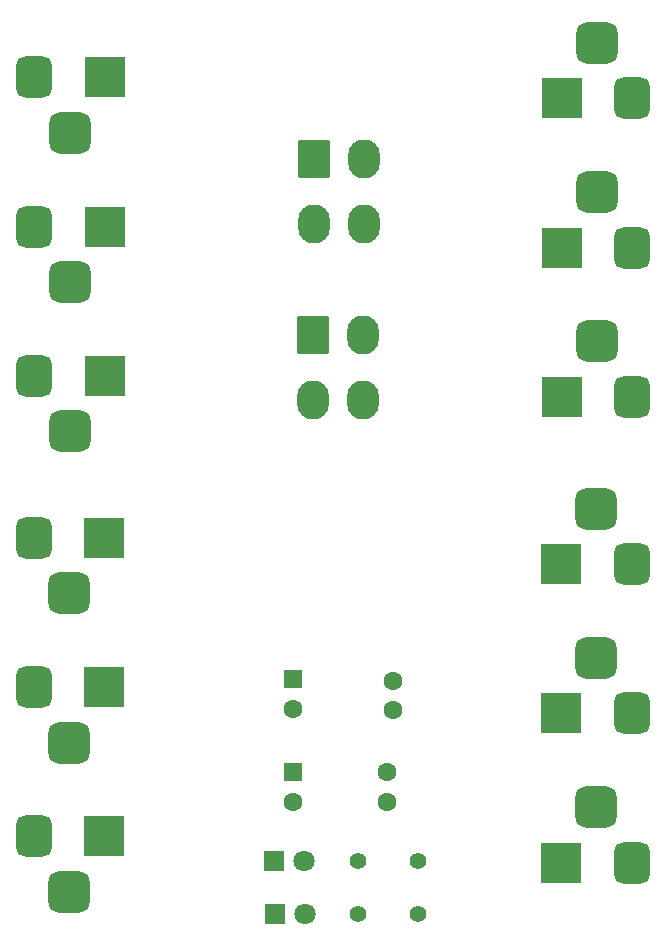
<source format=gbr>
%TF.GenerationSoftware,KiCad,Pcbnew,9.0.5*%
%TF.CreationDate,2026-01-23T06:55:33+10:00*%
%TF.ProjectId,OZ-HORNET-POWER-DIST,4f5a2d48-4f52-44e4-9554-2d504f574552,rev?*%
%TF.SameCoordinates,Original*%
%TF.FileFunction,Soldermask,Bot*%
%TF.FilePolarity,Negative*%
%FSLAX46Y46*%
G04 Gerber Fmt 4.6, Leading zero omitted, Abs format (unit mm)*
G04 Created by KiCad (PCBNEW 9.0.5) date 2026-01-23 06:55:33*
%MOMM*%
%LPD*%
G01*
G04 APERTURE LIST*
G04 Aperture macros list*
%AMRoundRect*
0 Rectangle with rounded corners*
0 $1 Rounding radius*
0 $2 $3 $4 $5 $6 $7 $8 $9 X,Y pos of 4 corners*
0 Add a 4 corners polygon primitive as box body*
4,1,4,$2,$3,$4,$5,$6,$7,$8,$9,$2,$3,0*
0 Add four circle primitives for the rounded corners*
1,1,$1+$1,$2,$3*
1,1,$1+$1,$4,$5*
1,1,$1+$1,$6,$7*
1,1,$1+$1,$8,$9*
0 Add four rect primitives between the rounded corners*
20,1,$1+$1,$2,$3,$4,$5,0*
20,1,$1+$1,$4,$5,$6,$7,0*
20,1,$1+$1,$6,$7,$8,$9,0*
20,1,$1+$1,$8,$9,$2,$3,0*%
G04 Aperture macros list end*
%ADD10C,1.600000*%
%ADD11RoundRect,0.250000X-0.550000X0.550000X-0.550000X-0.550000X0.550000X-0.550000X0.550000X0.550000X0*%
%ADD12C,1.400000*%
%ADD13R,1.800000X1.800000*%
%ADD14C,1.800000*%
%ADD15RoundRect,0.250001X-1.099999X-1.399999X1.099999X-1.399999X1.099999X1.399999X-1.099999X1.399999X0*%
%ADD16O,2.700000X3.300000*%
%ADD17R,3.500000X3.500000*%
%ADD18RoundRect,0.750000X-0.750000X-1.000000X0.750000X-1.000000X0.750000X1.000000X-0.750000X1.000000X0*%
%ADD19RoundRect,0.875000X-0.875000X-0.875000X0.875000X-0.875000X0.875000X0.875000X-0.875000X0.875000X0*%
%ADD20RoundRect,0.750000X0.750000X1.000000X-0.750000X1.000000X-0.750000X-1.000000X0.750000X-1.000000X0*%
%ADD21RoundRect,0.875000X0.875000X0.875000X-0.875000X0.875000X-0.875000X-0.875000X0.875000X-0.875000X0*%
G04 APERTURE END LIST*
D10*
%TO.C,C4*%
X95000000Y-102000000D03*
X95000000Y-104500000D03*
%TD*%
D11*
%TO.C,C3*%
X87000000Y-102000000D03*
D10*
X87000000Y-104500000D03*
%TD*%
%TO.C,C2*%
X95500000Y-94250000D03*
X95500000Y-96750000D03*
%TD*%
D11*
%TO.C,C1*%
X87000000Y-94150000D03*
D10*
X87000000Y-96650000D03*
%TD*%
D12*
%TO.C,R2*%
X92500000Y-114000000D03*
X97580000Y-114000000D03*
%TD*%
%TO.C,R1*%
X92500000Y-109500000D03*
X97580000Y-109500000D03*
%TD*%
D13*
%TO.C,D2*%
X85500000Y-114000000D03*
D14*
X88040000Y-114000000D03*
%TD*%
D13*
%TO.C,D1*%
X85460000Y-109500000D03*
D14*
X88000000Y-109500000D03*
%TD*%
D15*
%TO.C,J10*%
X88832000Y-50090000D03*
D16*
X93032000Y-50090000D03*
X88832000Y-55590000D03*
X93032000Y-55590000D03*
%TD*%
D17*
%TO.C,J11*%
X71120000Y-55815000D03*
D18*
X65120000Y-55815000D03*
D19*
X68120000Y-60515000D03*
%TD*%
D17*
%TO.C,J3*%
X109776000Y-57597000D03*
D20*
X115776000Y-57597000D03*
D21*
X112776000Y-52897000D03*
%TD*%
D17*
%TO.C,J4*%
X109776000Y-44962000D03*
D20*
X115776000Y-44962000D03*
D21*
X112776000Y-40262000D03*
%TD*%
D17*
%TO.C,J2*%
X109776000Y-70232000D03*
D20*
X115776000Y-70232000D03*
D21*
X112776000Y-65532000D03*
%TD*%
D17*
%TO.C,J8*%
X71072000Y-107438000D03*
D18*
X65072000Y-107438000D03*
D19*
X68072000Y-112138000D03*
%TD*%
D17*
%TO.C,J13*%
X109728000Y-84393000D03*
D20*
X115728000Y-84393000D03*
D21*
X112728000Y-79693000D03*
%TD*%
D17*
%TO.C,J6*%
X71072000Y-82168000D03*
D18*
X65072000Y-82168000D03*
D19*
X68072000Y-86868000D03*
%TD*%
D17*
%TO.C,J9*%
X109728000Y-109663000D03*
D20*
X115728000Y-109663000D03*
D21*
X112728000Y-104963000D03*
%TD*%
D17*
%TO.C,J7*%
X71072000Y-94803000D03*
D18*
X65072000Y-94803000D03*
D19*
X68072000Y-99503000D03*
%TD*%
D17*
%TO.C,J12*%
X109728000Y-97028000D03*
D20*
X115728000Y-97028000D03*
D21*
X112728000Y-92328000D03*
%TD*%
D17*
%TO.C,J5*%
X71120000Y-43180000D03*
D18*
X65120000Y-43180000D03*
D19*
X68120000Y-47880000D03*
%TD*%
D17*
%TO.C,J14*%
X71120000Y-68450000D03*
D18*
X65120000Y-68450000D03*
D19*
X68120000Y-73150000D03*
%TD*%
D15*
%TO.C,J1*%
X88764000Y-65024000D03*
D16*
X92964000Y-65024000D03*
X88764000Y-70524000D03*
X92964000Y-70524000D03*
%TD*%
M02*

</source>
